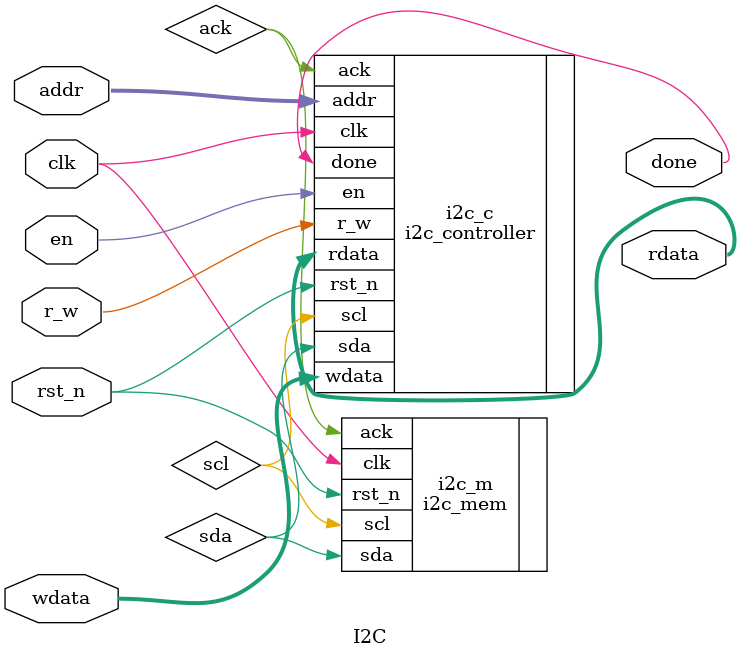
<source format=sv>
module I2C #(parameter data_wd = 8, addr_wd = 7) (

    input clk,
    input rst_n,
    input en, r_w,
    input [data_wd-1 : 0] wdata,
    input [addr_wd-1 : 0] addr,
    output [data_wd-1 : 0] rdata,
    output done
    
    );

    wire scl;
    wire sda;
    wire ack;

    i2c_controller #(
        .data_wd(data_wd),
        .addr_wd(addr_wd)
    ) i2c_c (
        .clk(clk),
        .rst_n(rst_n),
        .ack(ack),
        .en(en),
        .r_w(r_w),
        .wdata(wdata),
        .addr(addr),
        .rdata(rdata),
        .done(done),
        .scl(scl),
        .sda(sda)
    );

    i2c_mem #(
        .data_wd(data_wd),
        .addr_wd(addr_wd)
    ) i2c_m (
        .clk(clk),
        .rst_n(rst_n),
        .scl(scl),
        .ack(ack),
        .sda(sda)
    );
    
endmodule

</source>
